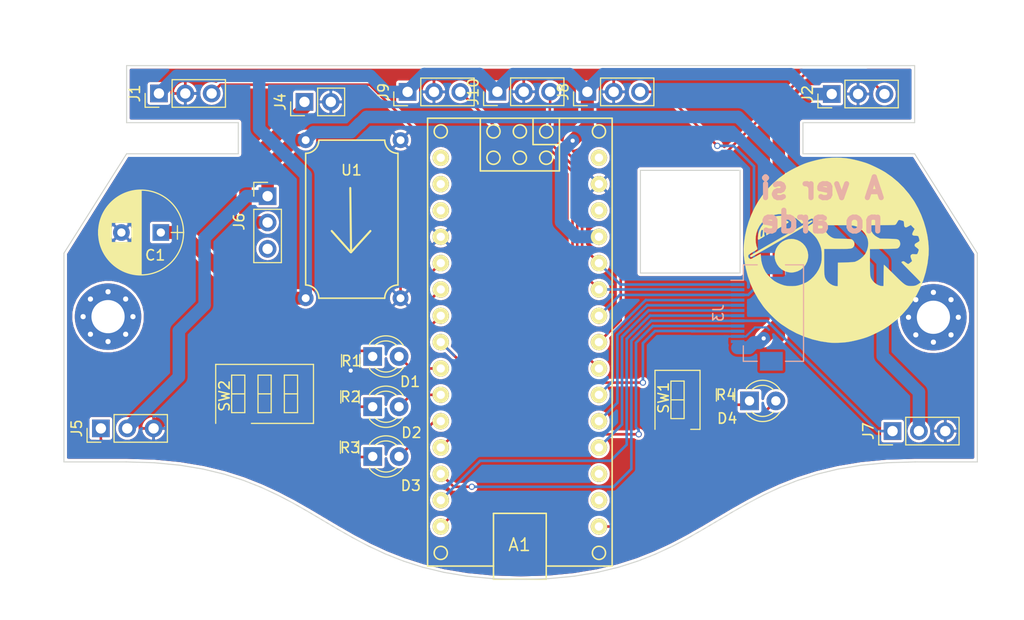
<source format=kicad_pcb>
(kicad_pcb (version 20171130) (host pcbnew "(5.0.1)-4")
  (layers (0 F.Cu signal) (31 B.Cu signal) (34 B.Paste user) (35 F.Paste user) (36 B.SilkS user) (37 F.SilkS user) (38 B.Mask user) (39 F.Mask user) (44 Edge.Cuts user))
  (net 0 "")
  (net 1 GND)
  (net 2 +5V)
  (net 3 /Scentr)
  (net 4 "Net-(A1-Pad5)")
  (net 5 /SRder)
  (net 6 /Sizq)
  (net 7 /SRizq)
  (net 8 "Net-(A1-Pad9)")
  (net 9 /CurrentA)
  (net 10 "Net-(A1-Pad10)")
  (net 11 /CurrentB)
  (net 12 "Net-(A1-Pad11)")
  (net 13 /AnalogBat)
  (net 14 /Sder)
  (net 15 "Net-(A1-Pad15)")
  (net 16 "Net-(D1-Pad1)")
  (net 17 "Net-(D2-Pad1)")
  (net 18 "Net-(D3-Pad1)")
  (net 19 "Net-(A1-Pad30)")
  (net 20 "Net-(A1-Pad1)")
  (net 21 "Net-(A1-Pad2)")
  (net 22 "Net-(A1-Pad3)")
  (net 23 "Net-(A1-Pad6)")
  (net 24 "Net-(A1-Pad7)")
  (net 25 /PWM1A)
  (net 26 /PWM2A)
  (net 27 "Net-(A1-Pad18)")
  (net 28 /PWM1B)
  (net 29 "Net-(A1-Pad17)")
  (net 30 /PWM2B)
  (net 31 "Net-(A1-Pad16)")
  (net 32 "Net-(D4-Pad1)")
  (net 33 "Net-(J4-Pad1)")
  (net 34 "Net-(J6-Pad3)")
  (net 35 "Net-(J5-Pad2)")
  (module Buttons_Switches_SMD:SW_DIP_x3_W8.61mm_Slide_LowProfile (layer F.Cu) (at 111.00308 110.42904 90)
    (fp_text reference SW2 (at -0.19304 -3.87096 90) (layer F.SilkS))
    (fp_text value SW_DIP_x03)
    (pad 1 smd rect (at -4.305 -2.54 90) (size 2.44 1.12) (layers F.Cu F.Mask) (net 4 "Net-(A1-Pad5)"))
    (pad 4 smd rect (at 4.305 2.54 90) (size 2.44 1.12) (layers F.Cu F.Mask) (net 1 GND))
    (pad 2 smd rect (at -4.305 0 90) (size 2.44 1.12) (layers F.Cu F.Mask) (net 23 "Net-(A1-Pad6)"))
    (pad 5 smd rect (at 4.305 0 90) (size 2.44 1.12) (layers F.Cu F.Mask) (net 1 GND))
    (pad 3 smd rect (at -4.305 2.54 90) (size 2.44 1.12) (layers F.Cu F.Mask) (net 24 "Net-(A1-Pad7)"))
    (pad 6 smd rect (at 4.305 -2.54 90) (size 2.44 1.12) (layers F.Cu F.Mask) (net 1 GND))
  )
  (module Connector_FFC-FPC:Hirose_FH12-12S-0.5SH_1x12-1MP_P0.50mm_Horizontal (layer B.Cu) (at 158.42488 102.63632 270)
    (fp_text reference J3 (at 0 3.7 270) (layer B.SilkS) (effects (justify mirror)))
    (fp_text value Conn_01x12)
    (pad MP smd rect (at 4.65 -1.4 270) (size 1.8 2.2) (layers B.Cu B.Paste B.Mask))
    (pad MP smd rect (at -4.65 -1.4 270) (size 1.8 2.2) (layers B.Cu B.Paste B.Mask))
    (pad 1 smd rect (at -2.75 1.85 270) (size 0.3 1.3) (layers B.Cu B.Paste B.Mask) (net 3 /Scentr))
    (pad 2 smd rect (at -2.25 1.85 270) (size 0.3 1.3) (layers B.Cu B.Paste B.Mask) (net 6 /Sizq))
    (pad 3 smd rect (at -1.75 1.85 270) (size 0.3 1.3) (layers B.Cu B.Paste B.Mask) (net 14 /Sder))
    (pad 4 smd rect (at -1.25 1.85 270) (size 0.3 1.3) (layers B.Cu B.Paste B.Mask) (net 9 /CurrentA))
    (pad 5 smd rect (at -0.75 1.85 270) (size 0.3 1.3) (layers B.Cu B.Paste B.Mask) (net 11 /CurrentB))
    (pad 6 smd rect (at -0.25 1.85 270) (size 0.3 1.3) (layers B.Cu B.Paste B.Mask) (net 13 /AnalogBat))
    (pad 7 smd rect (at 0.25 1.85 270) (size 0.3 1.3) (layers B.Cu B.Paste B.Mask) (net 30 /PWM2B))
    (pad 8 smd rect (at 0.75 1.85 270) (size 0.3 1.3) (layers B.Cu B.Paste B.Mask) (net 28 /PWM1B))
    (pad 9 smd rect (at 1.25 1.85 270) (size 0.3 1.3) (layers B.Cu B.Paste B.Mask) (net 26 /PWM2A))
    (pad 10 smd rect (at 1.75 1.85 270) (size 0.3 1.3) (layers B.Cu B.Paste B.Mask) (net 25 /PWM1A))
    (pad 11 smd rect (at 2.25 1.85 270) (size 0.3 1.3) (layers B.Cu B.Paste B.Mask) (net 1 GND))
    (pad 12 smd rect (at 2.75 1.85 270) (size 0.3 1.3) (layers B.Cu B.Paste B.Mask) (net 2 +5V))
  )
  (module Mounting_Holes:MountingHole_3.2mm_M3_Pad_Via (layer F.Cu) (at 95.92056 102.98176)
    (fp_text reference "" (at 0 -4.2) (layer F.SilkS))
    (fp_text value MountingHole_3.2mm_M3_Pad_Via)
    (pad 1 thru_hole circle (at 0 0) (size 6.4 6.4) (drill 3.2) (layers *.Cu *.Mask))
    (pad "" thru_hole circle (at 2.4 0) (size 0.6 0.6) (drill 0.5) (layers *.Cu *.Mask))
    (pad "" thru_hole circle (at 1.697056 1.697056) (size 0.6 0.6) (drill 0.5) (layers *.Cu *.Mask))
    (pad "" thru_hole circle (at 0 2.4) (size 0.6 0.6) (drill 0.5) (layers *.Cu *.Mask))
    (pad "" thru_hole circle (at -1.697056 1.697056) (size 0.6 0.6) (drill 0.5) (layers *.Cu *.Mask))
    (pad "" thru_hole circle (at -2.4 0) (size 0.6 0.6) (drill 0.5) (layers *.Cu *.Mask))
    (pad "" thru_hole circle (at -1.697056 -1.697056) (size 0.6 0.6) (drill 0.5) (layers *.Cu *.Mask))
    (pad "" thru_hole circle (at 0 -2.4) (size 0.6 0.6) (drill 0.5) (layers *.Cu *.Mask))
    (pad "" thru_hole circle (at 1.697056 -1.697056) (size 0.6 0.6) (drill 0.5) (layers *.Cu *.Mask))
  )
  (module libraries:arduino_nano (layer F.Cu) (at 135.59536 105.44048 270)
    (fp_text reference A1 (at 19.53768 0.03556) (layer F.SilkS) (effects (font (size 1.2 1.2))))
    (fp_text value Arduino_Nano)
    (pad 30 thru_hole circle (at -17.78 -7.62 270) (size 1.5748 1.5748) (drill 0.8) (layers *.Cu *.Mask F.SilkS) (net 19 "Net-(A1-Pad30)"))
    (pad 1 thru_hole circle (at -17.78 7.62 270) (size 1.5748 1.5748) (drill 0.8) (layers *.Cu *.Mask F.SilkS) (net 20 "Net-(A1-Pad1)"))
    (pad 29 thru_hole circle (at -15.24 -7.62 270) (size 1.5748 1.5748) (drill 0.8) (layers *.Cu *.Mask F.SilkS) (net 1 GND))
    (pad 2 thru_hole circle (at -15.24 7.62 270) (size 1.5748 1.5748) (drill 0.8) (layers *.Cu *.Mask F.SilkS) (net 21 "Net-(A1-Pad2)"))
    (pad 28 thru_hole circle (at -12.7 -7.62 270) (size 1.5748 1.5748) (drill 0.8) (layers *.Cu *.Mask F.SilkS))
    (pad 3 thru_hole circle (at -12.7 7.62 270) (size 1.5748 1.5748) (drill 0.8) (layers *.Cu *.Mask F.SilkS) (net 22 "Net-(A1-Pad3)"))
    (pad 27 thru_hole circle (at -10.16 -7.62 270) (size 1.5748 1.5748) (drill 0.8) (layers *.Cu *.Mask F.SilkS) (net 2 +5V))
    (pad 4 thru_hole circle (at -10.16 7.62 270) (size 1.5748 1.5748) (drill 0.8) (layers *.Cu *.Mask F.SilkS) (net 1 GND))
    (pad 26 thru_hole circle (at -7.62 -7.62 270) (size 1.5748 1.5748) (drill 0.8) (layers *.Cu *.Mask F.SilkS) (net 3 /Scentr))
    (pad 5 thru_hole circle (at -7.62 7.62 270) (size 1.5748 1.5748) (drill 0.8) (layers *.Cu *.Mask F.SilkS) (net 4 "Net-(A1-Pad5)"))
    (pad 25 thru_hole circle (at -5.08 -7.62 270) (size 1.5748 1.5748) (drill 0.8) (layers *.Cu *.Mask F.SilkS) (net 6 /Sizq))
    (pad 6 thru_hole circle (at -5.08 7.62 270) (size 1.5748 1.5748) (drill 0.8) (layers *.Cu *.Mask F.SilkS) (net 23 "Net-(A1-Pad6)"))
    (pad 24 thru_hole circle (at -2.54 -7.62 270) (size 1.5748 1.5748) (drill 0.8) (layers *.Cu *.Mask F.SilkS) (net 14 /Sder))
    (pad 7 thru_hole circle (at -2.54 7.62 270) (size 1.5748 1.5748) (drill 0.8) (layers *.Cu *.Mask F.SilkS) (net 24 "Net-(A1-Pad7)"))
    (pad 23 thru_hole circle (at 0 -7.62 270) (size 1.5748 1.5748) (drill 0.8) (layers *.Cu *.Mask F.SilkS) (net 5 /SRder))
    (pad 8 thru_hole circle (at 0 7.62 270) (size 1.5748 1.5748) (drill 0.8) (layers *.Cu *.Mask F.SilkS) (net 25 /PWM1A))
    (pad 22 thru_hole circle (at 2.54 -7.62 270) (size 1.5748 1.5748) (drill 0.8) (layers *.Cu *.Mask F.SilkS) (net 7 /SRizq))
    (pad 9 thru_hole circle (at 2.54 7.62 270) (size 1.5748 1.5748) (drill 0.8) (layers *.Cu *.Mask F.SilkS) (net 8 "Net-(A1-Pad9)"))
    (pad 21 thru_hole circle (at 5.08 -7.62 270) (size 1.5748 1.5748) (drill 0.8) (layers *.Cu *.Mask F.SilkS) (net 9 /CurrentA))
    (pad 10 thru_hole circle (at 5.08 7.62 270) (size 1.5748 1.5748) (drill 0.8) (layers *.Cu *.Mask F.SilkS) (net 10 "Net-(A1-Pad10)"))
    (pad 20 thru_hole circle (at 7.62 -7.62 270) (size 1.5748 1.5748) (drill 0.8) (layers *.Cu *.Mask F.SilkS) (net 11 /CurrentB))
    (pad 11 thru_hole circle (at 7.62 7.62 270) (size 1.5748 1.5748) (drill 0.8) (layers *.Cu *.Mask F.SilkS) (net 12 "Net-(A1-Pad11)"))
    (pad 19 thru_hole circle (at 10.16 -7.62 270) (size 1.5748 1.5748) (drill 0.8) (layers *.Cu *.Mask F.SilkS) (net 13 /AnalogBat))
    (pad 12 thru_hole circle (at 10.16 7.62 270) (size 1.5748 1.5748) (drill 0.8) (layers *.Cu *.Mask F.SilkS) (net 26 /PWM2A))
    (pad 18 thru_hole circle (at 12.7 -7.62 270) (size 1.5748 1.5748) (drill 0.8) (layers *.Cu *.Mask F.SilkS) (net 27 "Net-(A1-Pad18)"))
    (pad 13 thru_hole circle (at 12.7 7.62 270) (size 1.5748 1.5748) (drill 0.8) (layers *.Cu *.Mask F.SilkS) (net 28 /PWM1B))
    (pad 17 thru_hole circle (at 15.24 -7.62 270) (size 1.5748 1.5748) (drill 0.8) (layers *.Cu *.Mask F.SilkS) (net 29 "Net-(A1-Pad17)"))
    (pad 14 thru_hole circle (at 15.24 7.62 270) (size 1.5748 1.5748) (drill 0.8) (layers *.Cu *.Mask F.SilkS) (net 30 /PWM2B))
    (pad 16 thru_hole circle (at 17.78 -7.62 270) (size 1.5748 1.5748) (drill 0.8) (layers *.Cu *.Mask F.SilkS) (net 31 "Net-(A1-Pad16)"))
    (pad 15 thru_hole circle (at 17.78 7.62 270) (size 1.5748 1.5748) (drill 0.8) (layers *.Cu *.Mask F.SilkS) (net 15 "Net-(A1-Pad15)"))
  )
  (module Pin_Headers:Pin_Header_Straight_1x03_Pitch2.54mm (layer F.Cu) (at 142.09776 81.3054 90)
    (fp_text reference J8 (at 0 -2.33 90) (layer F.SilkS))
    (fp_text value Conn_01x03)
    (pad 1 thru_hole rect (at 0 0 90) (size 1.7 1.7) (drill 1) (layers *.Cu *.Mask) (net 2 +5V))
    (pad 2 thru_hole oval (at 0 2.54 90) (size 1.7 1.7) (drill 1) (layers *.Cu *.Mask) (net 1 GND))
    (pad 3 thru_hole oval (at 0 5.08 90) (size 1.7 1.7) (drill 1) (layers *.Cu *.Mask) (net 14 /Sder))
  )
  (module Capacitors_THT:CP_Radial_D8.0mm_P3.80mm (layer F.Cu) (at 101.0058 94.869 180)
    (fp_text reference C1 (at 0.54356 -2.18948 180) (layer F.SilkS))
    (fp_text value CP1)
    (pad 1 thru_hole rect (at 0 0 180) (size 1.6 1.6) (drill 0.8) (layers *.Cu *.Mask) (net 2 +5V))
    (pad 2 thru_hole circle (at 3.8 0 180) (size 1.6 1.6) (drill 0.8) (layers *.Cu *.Mask) (net 1 GND))
  )
  (module LEDs:LED_D3.0mm (layer F.Cu) (at 121.41708 106.82224)
    (fp_text reference D1 (at 3.60172 2.4384) (layer F.SilkS))
    (fp_text value LED)
    (pad 1 thru_hole rect (at 0 0) (size 1.8 1.8) (drill 0.9) (layers *.Cu *.Mask) (net 16 "Net-(D1-Pad1)"))
    (pad 2 thru_hole circle (at 2.54 0) (size 1.8 1.8) (drill 0.9) (layers *.Cu *.Mask) (net 8 "Net-(A1-Pad9)"))
  )
  (module LEDs:LED_D3.0mm (layer F.Cu) (at 121.41708 111.66856)
    (fp_text reference D2 (at 3.7338 2.50444) (layer F.SilkS))
    (fp_text value LED)
    (pad 1 thru_hole rect (at 0 0) (size 1.8 1.8) (drill 0.9) (layers *.Cu *.Mask) (net 17 "Net-(D2-Pad1)"))
    (pad 2 thru_hole circle (at 2.54 0) (size 1.8 1.8) (drill 0.9) (layers *.Cu *.Mask) (net 10 "Net-(A1-Pad10)"))
  )
  (module LEDs:LED_D3.0mm (layer F.Cu) (at 121.42216 116.46408)
    (fp_text reference D3 (at 3.66776 2.81432) (layer F.SilkS))
    (fp_text value LED)
    (pad 1 thru_hole rect (at 0 0) (size 1.8 1.8) (drill 0.9) (layers *.Cu *.Mask) (net 18 "Net-(D3-Pad1)"))
    (pad 2 thru_hole circle (at 2.54 0) (size 1.8 1.8) (drill 0.9) (layers *.Cu *.Mask) (net 12 "Net-(A1-Pad11)"))
  )
  (module LEDs:LED_D3.0mm (layer F.Cu) (at 157.71876 111.10468)
    (fp_text reference D4 (at -2.14884 1.69672) (layer F.SilkS))
    (fp_text value LED)
    (pad 1 thru_hole rect (at 0 0) (size 1.8 1.8) (drill 0.9) (layers *.Cu *.Mask) (net 32 "Net-(D4-Pad1)"))
    (pad 2 thru_hole circle (at 2.54 0) (size 1.8 1.8) (drill 0.9) (layers *.Cu *.Mask) (net 31 "Net-(A1-Pad16)"))
  )
  (module Pin_Headers:Pin_Header_Straight_1x03_Pitch2.54mm (layer F.Cu) (at 100.82276 81.46288 90)
    (fp_text reference J1 (at 0 -2.33 90) (layer F.SilkS))
    (fp_text value Conn_01x03_Female)
    (pad 1 thru_hole rect (at 0 0 90) (size 1.7 1.7) (drill 1) (layers *.Cu *.Mask) (net 2 +5V))
    (pad 2 thru_hole oval (at 0 2.54 90) (size 1.7 1.7) (drill 1) (layers *.Cu *.Mask) (net 1 GND))
    (pad 3 thru_hole oval (at 0 5.08 90) (size 1.7 1.7) (drill 1) (layers *.Cu *.Mask) (net 7 /SRizq))
  )
  (module Resistors_SMD:R_0805 (layer F.Cu) (at 119.29872 107.23372 90)
    (fp_text reference R1 (at -0.0254 0.06096 180) (layer F.SilkS))
    (fp_text value R)
    (pad 1 smd rect (at -0.95 0 90) (size 0.7 1.3) (layers F.Cu F.Paste F.Mask) (net 1 GND))
    (pad 2 smd rect (at 0.95 0 90) (size 0.7 1.3) (layers F.Cu F.Paste F.Mask) (net 16 "Net-(D1-Pad1)"))
  )
  (module Resistors_SMD:R_0805 (layer F.Cu) (at 119.2276 110.71864 270)
    (fp_text reference R2 (at -0.0102 -0.04572) (layer F.SilkS))
    (fp_text value R)
    (pad 1 smd rect (at -0.95 0 270) (size 0.7 1.3) (layers F.Cu F.Paste F.Mask) (net 1 GND))
    (pad 2 smd rect (at 0.95 0 270) (size 0.7 1.3) (layers F.Cu F.Paste F.Mask) (net 17 "Net-(D2-Pad1)"))
  )
  (module Resistors_SMD:R_0805 (layer F.Cu) (at 119.18696 115.56488 270)
    (fp_text reference R3 (at 0.05592 -0.0508) (layer F.SilkS))
    (fp_text value R)
    (pad 1 smd rect (at -0.95 0 270) (size 0.7 1.3) (layers F.Cu F.Paste F.Mask) (net 1 GND))
    (pad 2 smd rect (at 0.95 0 270) (size 0.7 1.3) (layers F.Cu F.Paste F.Mask) (net 18 "Net-(D3-Pad1)"))
  )
  (module Resistors_SMD:R_0805 (layer F.Cu) (at 155.41244 110.52556 270)
    (fp_text reference R4 (at -0.00508 -0.03048) (layer F.SilkS))
    (fp_text value R)
    (pad 1 smd rect (at -0.95 0 270) (size 0.7 1.3) (layers F.Cu F.Paste F.Mask) (net 1 GND))
    (pad 2 smd rect (at 0.95 0 270) (size 0.7 1.3) (layers F.Cu F.Paste F.Mask) (net 32 "Net-(D4-Pad1)"))
  )
  (module Buttons_Switches_SMD:SW_DIP_x1_W8.61mm_Slide_LowProfile (layer F.Cu) (at 150.78456 111.00308 90)
    (fp_text reference SW1 (at 0.19304 -1.35128 90) (layer F.SilkS))
    (fp_text value SW_Push)
    (pad 1 smd rect (at -4.305 0 90) (size 2.44 1.12) (layers F.Cu F.Mask) (net 15 "Net-(A1-Pad15)"))
    (pad 2 smd rect (at 4.305 0 90) (size 2.44 1.12) (layers F.Cu F.Mask) (net 1 GND))
  )
  (module Pin_Headers:Pin_Header_Straight_1x03_Pitch2.54mm (layer F.Cu) (at 165.64356 81.51876 90)
    (fp_text reference J2 (at 0 -2.33 90) (layer F.SilkS))
    (fp_text value Conn_01x03_Female)
    (pad 1 thru_hole rect (at 0 0 90) (size 1.7 1.7) (drill 1) (layers *.Cu *.Mask) (net 2 +5V))
    (pad 2 thru_hole oval (at 0 2.54 90) (size 1.7 1.7) (drill 1) (layers *.Cu *.Mask) (net 1 GND))
    (pad 3 thru_hole oval (at 0 5.08 90) (size 1.7 1.7) (drill 1) (layers *.Cu *.Mask) (net 5 /SRder))
  )
  (module Pin_Headers:Pin_Header_Straight_1x02_Pitch2.54mm (layer F.Cu) (at 114.84356 82.27568 90)
    (fp_text reference J4 (at 0 -2.33 90) (layer F.SilkS))
    (fp_text value Conn_01x02)
    (pad 1 thru_hole rect (at 0 0 90) (size 1.7 1.7) (drill 1) (layers *.Cu *.Mask) (net 33 "Net-(J4-Pad1)"))
    (pad 2 thru_hole oval (at 0 2.54 90) (size 1.7 1.7) (drill 1) (layers *.Cu *.Mask) (net 1 GND))
  )
  (module Pin_Headers:Pin_Header_Straight_1x03_Pitch2.54mm (layer F.Cu) (at 95.22968 113.75644 90)
    (fp_text reference J5 (at 0 -2.33 90) (layer F.SilkS))
    (fp_text value Conn_01x03)
    (pad 1 thru_hole rect (at 0 0 90) (size 1.7 1.7) (drill 1) (layers *.Cu *.Mask) (net 25 /PWM1A))
    (pad 2 thru_hole oval (at 0 2.54 90) (size 1.7 1.7) (drill 1) (layers *.Cu *.Mask) (net 35 "Net-(J5-Pad2)"))
    (pad 3 thru_hole oval (at 0 5.08 90) (size 1.7 1.7) (drill 1) (layers *.Cu *.Mask) (net 1 GND))
  )
  (module Pin_Headers:Pin_Header_Straight_1x03_Pitch2.54mm (layer F.Cu) (at 111.29264 91.3638)
    (fp_text reference J6 (at -2.74828 2.4638 90) (layer F.SilkS))
    (fp_text value Conn_01x03)
    (pad 1 thru_hole rect (at 0 0) (size 1.7 1.7) (drill 1) (layers *.Cu *.Mask) (net 35 "Net-(J5-Pad2)"))
    (pad 2 thru_hole oval (at 0 2.54) (size 1.7 1.7) (drill 1) (layers *.Cu *.Mask) (net 33 "Net-(J4-Pad1)"))
    (pad 3 thru_hole oval (at 0 5.08) (size 1.7 1.7) (drill 1) (layers *.Cu *.Mask) (net 34 "Net-(J6-Pad3)"))
  )
  (module Pin_Headers:Pin_Header_Straight_1x03_Pitch2.54mm (layer F.Cu) (at 171.5008 114.01552 90)
    (fp_text reference J7 (at 0 -2.33 90) (layer F.SilkS))
    (fp_text value Conn_01x03)
    (pad 1 thru_hole rect (at 0 0 90) (size 1.7 1.7) (drill 1) (layers *.Cu *.Mask) (net 28 /PWM1B))
    (pad 2 thru_hole oval (at 0 2.54 90) (size 1.7 1.7) (drill 1) (layers *.Cu *.Mask) (net 35 "Net-(J5-Pad2)"))
    (pad 3 thru_hole oval (at 0 5.08 90) (size 1.7 1.7) (drill 1) (layers *.Cu *.Mask) (net 1 GND))
  )
  (module Pin_Headers:Pin_Header_Straight_1x03_Pitch2.54mm (layer F.Cu) (at 124.78004 81.31048 90)
    (fp_text reference J9 (at 0 -2.33 90) (layer F.SilkS))
    (fp_text value Conn_01x03)
    (pad 1 thru_hole rect (at 0 0 90) (size 1.7 1.7) (drill 1) (layers *.Cu *.Mask) (net 2 +5V))
    (pad 2 thru_hole oval (at 0 2.54 90) (size 1.7 1.7) (drill 1) (layers *.Cu *.Mask) (net 1 GND))
    (pad 3 thru_hole oval (at 0 5.08 90) (size 1.7 1.7) (drill 1) (layers *.Cu *.Mask) (net 6 /Sizq))
  )
  (module Pin_Headers:Pin_Header_Straight_1x03_Pitch2.54mm (layer F.Cu) (at 133.43128 81.29524 90)
    (fp_text reference J10 (at 0 -2.33 90) (layer F.SilkS))
    (fp_text value Conn_01x03)
    (pad 1 thru_hole rect (at 0 0 90) (size 1.7 1.7) (drill 1) (layers *.Cu *.Mask) (net 2 +5V))
    (pad 2 thru_hole oval (at 0 2.54 90) (size 1.7 1.7) (drill 1) (layers *.Cu *.Mask) (net 1 GND))
    (pad 3 thru_hole oval (at 0 5.08 90) (size 1.7 1.7) (drill 1) (layers *.Cu *.Mask) (net 3 /Scentr))
  )
  (module "Librerias manu:Step_down_chino" (layer F.Cu) (at 114.9604 85.96376 270)
    (fp_text reference U1 (at 2.8956 -4.40944) (layer F.SilkS))
    (fp_text value Step_down_chino)
    (pad 1 thru_hole circle (at 0 0 270) (size 1.524 1.524) (drill 0.762) (layers *.Cu *.Mask) (net 35 "Net-(J5-Pad2)"))
    (pad 2 thru_hole circle (at 0 -9.144 270) (size 1.524 1.524) (drill 0.762) (layers *.Cu *.Mask) (net 1 GND))
    (pad 3 thru_hole circle (at 15.24 0 270) (size 1.524 1.524) (drill 0.762) (layers *.Cu *.Mask) (net 2 +5V))
    (pad 4 thru_hole circle (at 15.24 -9.14 270) (size 1.524 1.524) (drill 0.762) (layers *.Cu *.Mask) (net 1 GND))
  )
  (module Mounting_Holes:MountingHole_3.2mm_M3_Pad_Via (layer F.Cu) (at 175.4378 103.04272)
    (fp_text reference "" (at 0 -4.2) (layer F.SilkS))
    (fp_text value MountingHole_3.2mm_M3_Pad_Via)
    (pad 1 thru_hole circle (at 0 0) (size 6.4 6.4) (drill 3.2) (layers *.Cu *.Mask))
    (pad "" thru_hole circle (at 2.4 0) (size 0.6 0.6) (drill 0.5) (layers *.Cu *.Mask))
    (pad "" thru_hole circle (at 1.697056 1.697056) (size 0.6 0.6) (drill 0.5) (layers *.Cu *.Mask))
    (pad "" thru_hole circle (at 0 2.4) (size 0.6 0.6) (drill 0.5) (layers *.Cu *.Mask))
    (pad "" thru_hole circle (at -1.697056 1.697056) (size 0.6 0.6) (drill 0.5) (layers *.Cu *.Mask))
    (pad "" thru_hole circle (at -2.4 0) (size 0.6 0.6) (drill 0.5) (layers *.Cu *.Mask))
    (pad "" thru_hole circle (at -1.697056 -1.697056) (size 0.6 0.6) (drill 0.5) (layers *.Cu *.Mask))
    (pad "" thru_hole circle (at 0 -2.4) (size 0.6 0.6) (drill 0.5) (layers *.Cu *.Mask))
    (pad "" thru_hole circle (at 1.697056 -1.697056) (size 0.6 0.6) (drill 0.5) (layers *.Cu *.Mask))
  )
  (module "Librerias manu:opr_circulo_18x18" (layer F.Cu) (at 166.07536 96.56064)
    (fp_text reference G*** hide)
    (fp_text value LOGO hide)
  )
  (gr_text "A ver si\nno arde" (at 164.6936 92.21216) (layer B.SilkS) (effects (font (size 2 2) (thickness 0.5)) (justify mirror)))
  (gr_line (start 117.46992 94.72168) (end 119.29872 96.774) (layer F.SilkS) (width 0.2))
  (gr_line (start 119.33428 96.774) (end 121.19864 94.72168) (layer F.SilkS) (width 0.2))
  (gr_line (start 119.25808 90.5764) (end 119.33428 96.774) (layer F.SilkS) (width 0.2))
  (gr_line (start 153.224583 123.508267) (end 156.084083 121.813326) (layer Edge.Cuts) (width 0.1))
  (gr_line (start 173.669573 116.987018) (end 170.957323 117.069214) (layer Edge.Cuts) (width 0.1))
  (gr_line (start 168.501573 117.304465) (end 166.273823 117.675765) (layer Edge.Cuts) (width 0.1))
  (gr_line (start 156.810852 98.775607) (end 156.810852 88.875607) (layer Edge.Cuts) (width 0.1))
  (gr_line (start 147.210852 98.775607) (end 156.810852 98.775607) (layer Edge.Cuts) (width 0.1))
  (gr_line (start 164.245573 118.166107) (end 162.388323 118.758486) (layer Edge.Cuts) (width 0.1))
  (gr_line (start 160.673573 119.435896) (end 159.072823 120.18133) (layer Edge.Cuts) (width 0.1))
  (gr_line (start 115.239823 121.808246) (end 118.099323 123.503187) (layer Edge.Cuts) (width 0.1))
  (gr_line (start 173.629906 87.27593) (end 179.669573 96.865158) (layer Edge.Cuts) (width 0.1))
  (gr_line (start 170.957323 117.069214) (end 168.501573 117.304465) (layer Edge.Cuts) (width 0.1))
  (gr_line (start 179.669573 96.865158) (end 179.669573 116.987018) (layer Edge.Cuts) (width 0.1))
  (gr_line (start 166.273823 117.675765) (end 164.245573 118.166107) (layer Edge.Cuts) (width 0.1))
  (gr_line (start 162.388323 118.758486) (end 160.673573 119.435896) (layer Edge.Cuts) (width 0.1))
  (gr_line (start 156.810852 88.875607) (end 147.210852 88.875607) (layer Edge.Cuts) (width 0.1))
  (gr_line (start 173.669573 116.987018) (end 179.669573 116.987018) (layer Edge.Cuts) (width 0.1))
  (gr_line (start 147.210852 88.875607) (end 147.210852 98.775607) (layer Edge.Cuts) (width 0.1))
  (gr_line (start 100.381823 117.069214) (end 102.837573 117.304465) (layer Edge.Cuts) (width 0.1))
  (gr_line (start 130.501573 128.006969) (end 132.957323 128.24222) (layer Edge.Cuts) (width 0.1))
  (gr_line (start 124.388323 126.552948) (end 126.245573 127.145327) (layer Edge.Cuts) (width 0.1))
  (gr_line (start 110.665573 119.435896) (end 112.266323 120.18133) (layer Edge.Cuts) (width 0.1))
  (gr_line (start 108.950823 118.758486) (end 110.665573 119.435896) (layer Edge.Cuts) (width 0.1))
  (gr_line (start 91.669573 116.987018) (end 97.669573 116.987018) (layer Edge.Cuts) (width 0.1))
  (gr_line (start 122.673573 125.875538) (end 124.388323 126.552948) (layer Edge.Cuts) (width 0.1))
  (gr_line (start 119.557573 124.333652) (end 121.072823 125.130104) (layer Edge.Cuts) (width 0.1))
  (gr_line (start 102.837573 117.304465) (end 105.065323 117.675765) (layer Edge.Cuts) (width 0.1))
  (gr_line (start 112.266323 120.18133) (end 113.781573 120.977782) (layer Edge.Cuts) (width 0.1))
  (gr_line (start 105.065323 117.675765) (end 107.093573 118.166107) (layer Edge.Cuts) (width 0.1))
  (gr_line (start 97.669573 116.987018) (end 100.381823 117.069214) (layer Edge.Cuts) (width 0.1))
  (gr_line (start 108.469557 87.27593) (end 97.708714 87.27593) (layer Edge.Cuts) (width 0.1))
  (gr_line (start 108.469604 84.275867) (end 108.469557 87.27593) (layer Edge.Cuts) (width 0.1))
  (gr_line (start 97.708694 78.775972) (end 97.70874 84.275909) (layer Edge.Cuts) (width 0.1))
  (gr_line (start 97.708694 78.775972) (end 173.629901 78.775976) (layer Edge.Cuts) (width 0.1))
  (gr_line (start 173.629901 78.775976) (end 173.629912 84.275855) (layer Edge.Cuts) (width 0.1))
  (gr_line (start 162.869557 87.27593) (end 173.629906 87.27593) (layer Edge.Cuts) (width 0.1))
  (gr_line (start 162.869568 84.275864) (end 162.869557 87.27593) (layer Edge.Cuts) (width 0.1))
  (gr_line (start 91.669573 116.987018) (end 91.669573 96.864474) (layer Edge.Cuts) (width 0.1))
  (gr_line (start 91.669573 96.864474) (end 97.708714 87.27593) (layer Edge.Cuts) (width 0.1))
  (gr_line (start 159.072823 120.18133) (end 157.557573 120.977782) (layer Edge.Cuts) (width 0.1))
  (gr_line (start 157.557573 120.977782) (end 156.083 121.81332) (layer Edge.Cuts) (width 0.1))
  (gr_line (start 108.469604 84.275867) (end 97.70874 84.275909) (layer Edge.Cuts) (width 0.1))
  (gr_line (start 153.224583 123.508267) (end 151.766333 124.338732) (layer Edge.Cuts) (width 0.1))
  (gr_line (start 148.665573 125.875538) (end 146.950823 126.552948) (layer Edge.Cuts) (width 0.1))
  (gr_line (start 132.957323 128.24222) (end 135.669573 128.324416) (layer Edge.Cuts) (width 0.1))
  (gr_line (start 113.781573 120.977782) (end 115.239823 121.808246) (layer Edge.Cuts) (width 0.1))
  (gr_line (start 151.766333 124.338732) (end 150.2664 125.13056) (layer Edge.Cuts) (width 0.1))
  (gr_line (start 150.266323 125.130104) (end 148.665573 125.875538) (layer Edge.Cuts) (width 0.1))
  (gr_line (start 146.950823 126.552948) (end 145.093573 127.145327) (layer Edge.Cuts) (width 0.1))
  (gr_line (start 121.072823 125.130104) (end 122.673573 125.875538) (layer Edge.Cuts) (width 0.1))
  (gr_line (start 145.093573 127.145327) (end 143.065323 127.635669) (layer Edge.Cuts) (width 0.1))
  (gr_line (start 162.869568 84.275864) (end 173.629912 84.275855) (layer Edge.Cuts) (width 0.1))
  (gr_line (start 126.245573 127.145327) (end 128.273823 127.635669) (layer Edge.Cuts) (width 0.1))
  (gr_line (start 143.065323 127.635669) (end 140.837573 128.006969) (layer Edge.Cuts) (width 0.1))
  (gr_line (start 118.099323 123.503187) (end 119.557573 124.333652) (layer Edge.Cuts) (width 0.1))
  (gr_line (start 140.837573 128.006969) (end 138.381823 128.24222) (layer Edge.Cuts) (width 0.1))
  (gr_line (start 138.381823 128.24222) (end 135.669573 128.324416) (layer Edge.Cuts) (width 0.1))
  (gr_line (start 128.273823 127.635669) (end 130.501573 128.006969) (layer Edge.Cuts) (width 0.1))
  (gr_line (start 107.093573 118.166107) (end 108.950823 118.758486) (layer Edge.Cuts) (width 0.1))
  (segment (start 159.368556 104.01808) (end 159.600298 104.249822) (width 0.2) (layer B.Cu) (net 1))
  (segment (start 158.24708 104.01808) (end 159.368556 104.01808) (width 0.2) (layer B.Cu) (net 1))
  (segment (start 157.37884 104.88632) (end 158.24708 104.01808) (width 0.2) (layer B.Cu) (net 1))
  (segment (start 157.34328 104.88632) (end 157.37884 104.88632) (width 0.2) (layer B.Cu) (net 1))
  (segment (start 156.57488 104.88632) (end 157.34328 104.88632) (width 0.2) (layer B.Cu) (net 1))
  (segment (start 155.1839 104.99846) (end 155.18384 104.99852) (width 0.2) (layer B.Cu) (net 1))
  (segment (start 155.39212 104.99846) (end 155.1839 104.99846) (width 0.2) (layer B.Cu) (net 1))
  (segment (start 155.25499 104.86133) (end 155.39212 104.99846) (width 0.2) (layer B.Cu) (net 1))
  (segment (start 155.70705 104.86133) (end 155.25499 104.86133) (width 0.2) (layer B.Cu) (net 1))
  (segment (start 156.57488 104.88632) (end 155.73204 104.88632) (width 0.2) (layer B.Cu) (net 1))
  (segment (start 155.73204 104.88632) (end 155.70705 104.86133) (width 0.2) (layer B.Cu) (net 1))
  (segment (start 155.65332 104.95788) (end 155.72488 104.88632) (width 0.2) (layer B.Cu) (net 1))
  (segment (start 156.57488 104.88632) (end 155.72488 104.88632) (width 0.2) (layer B.Cu) (net 1))
  (segment (start 105.41 106.72572) (end 106.01168 106.12404) (width 1.2) (layer F.Cu) (net 1))
  (segment (start 106.01168 106.12404) (end 108.46308 106.12404) (width 1.2) (layer F.Cu) (net 1))
  (segment (start 105.41 109.50956) (end 105.41 106.72572) (width 1.2) (layer F.Cu) (net 1))
  (segment (start 102.013119 112.906441) (end 105.41 109.50956) (width 1.2) (layer F.Cu) (net 1))
  (segment (start 100.30968 113.75644) (end 101.159679 112.906441) (width 1.2) (layer F.Cu) (net 1))
  (segment (start 101.159679 112.906441) (end 102.013119 112.906441) (width 1.2) (layer F.Cu) (net 1))
  (segment (start 124.1004 101.20376) (end 124.1004 99.15544) (width 0.25) (layer F.Cu) (net 1))
  (segment (start 124.1004 99.15544) (end 127.97536 95.28048) (width 0.25) (layer F.Cu) (net 1))
  (segment (start 155.41244 109.57556) (end 153.00204 109.57556) (width 0.2) (layer F.Cu) (net 1))
  (segment (start 153.00204 109.57556) (end 150.78456 107.35808) (width 0.2) (layer F.Cu) (net 1))
  (segment (start 150.78456 107.35808) (end 150.78456 106.69808) (width 0.2) (layer F.Cu) (net 1))
  (via (at 119.29872 108.18372) (size 0.6) (drill 0.4) (layers F.Cu B.Cu) (net 1))
  (segment (start 113.54308 106.12404) (end 112.73308 106.12404) (width 0.25) (layer F.Cu) (net 1))
  (segment (start 112.73308 106.12404) (end 111.00308 106.12404) (width 0.25) (layer F.Cu) (net 1))
  (segment (start 119.29872 108.18372) (end 119.29872 109.69752) (width 0.25) (layer F.Cu) (net 1))
  (segment (start 119.29872 109.69752) (end 119.2276 109.76864) (width 0.25) (layer F.Cu) (net 1))
  (segment (start 157.665073 105.97896) (end 156.57576 105.97896) (width 1.25) (layer B.Cu) (net 2))
  (segment (start 158.164234 105.479799) (end 157.665073 105.97896) (width 1.25) (layer B.Cu) (net 2))
  (segment (start 158.685281 105.479799) (end 158.164234 105.479799) (width 1.25) (layer B.Cu) (net 2))
  (segment (start 159.08528 105.0798) (end 158.685281 105.479799) (width 1.25) (layer B.Cu) (net 2))
  (segment (start 156.57576 105.97896) (end 156.57488 105.97808) (width 0.2) (layer B.Cu) (net 2))
  (segment (start 156.57488 105.97808) (end 156.57488 105.38632) (width 0.2) (layer B.Cu) (net 2))
  (segment (start 160.54324 100.98532) (end 160.54324 104.89692) (width 1.2) (layer F.Cu) (net 2))
  (segment (start 160.54324 84.56908) (end 160.54324 100.98532) (width 1.2) (layer F.Cu) (net 2))
  (segment (start 160.54324 100.98532) (end 160.54324 103.62184) (width 1.25) (layer F.Cu) (net 2))
  (segment (start 160.54324 103.62184) (end 159.08528 105.0798) (width 1.25) (layer F.Cu) (net 2))
  (via (at 159.08528 105.0798) (size 0.8) (drill 0.4) (layers F.Cu B.Cu) (net 2))
  (segment (start 101.0058 94.869) (end 103.0558 94.869) (width 1.25) (layer F.Cu) (net 2))
  (segment (start 103.0558 94.869) (end 109.39056 101.20376) (width 1.25) (layer F.Cu) (net 2))
  (segment (start 113.88277 101.20376) (end 114.9604 101.20376) (width 1.25) (layer F.Cu) (net 2))
  (segment (start 109.39056 101.20376) (end 113.88277 101.20376) (width 1.25) (layer F.Cu) (net 2))
  (segment (start 140.68552 86.01456) (end 139.59332 87.10676) (width 1.25) (layer B.Cu) (net 2))
  (segment (start 139.59332 87.10676) (end 139.59332 93.85808) (width 1.25) (layer B.Cu) (net 2))
  (segment (start 139.59332 93.85808) (end 141.01572 95.28048) (width 1.25) (layer B.Cu) (net 2))
  (segment (start 141.01572 95.28048) (end 143.21536 95.28048) (width 1.25) (layer B.Cu) (net 2))
  (segment (start 142.09776 81.3054) (end 142.09776 84.60232) (width 1.25) (layer F.Cu) (net 2))
  (segment (start 142.09776 84.60232) (end 140.68552 86.01456) (width 1.25) (layer F.Cu) (net 2))
  (via (at 140.68552 86.01456) (size 0.8) (drill 0.4) (layers F.Cu B.Cu) (net 2))
  (segment (start 165.64356 81.51876) (end 163.59356 81.51876) (width 1.2) (layer F.Cu) (net 2))
  (segment (start 163.59356 81.51876) (end 160.54324 84.56908) (width 1.2) (layer F.Cu) (net 2))
  (segment (start 121.182439 79.762879) (end 110.47984 79.762879) (width 1.2) (layer B.Cu) (net 2))
  (segment (start 110.47984 79.762879) (end 102.522761 79.762879) (width 1.2) (layer B.Cu) (net 2))
  (segment (start 114.9604 89.33688) (end 110.47984 84.85632) (width 1.2) (layer B.Cu) (net 2))
  (segment (start 110.47984 84.85632) (end 110.47984 79.762879) (width 1.2) (layer B.Cu) (net 2))
  (segment (start 114.9604 101.20376) (end 114.9604 89.33688) (width 1.2) (layer B.Cu) (net 2))
  (segment (start 124.78004 81.31048) (end 122.73004 81.31048) (width 1.2) (layer B.Cu) (net 2))
  (segment (start 122.73004 81.31048) (end 121.182439 79.762879) (width 1.2) (layer B.Cu) (net 2))
  (segment (start 102.522761 79.762879) (end 100.82276 81.46288) (width 1.2) (layer B.Cu) (net 2))
  (segment (start 142.09776 81.11744) (end 143.609801 79.605399) (width 1.2) (layer B.Cu) (net 2))
  (segment (start 143.609801 79.605399) (end 161.680199 79.605399) (width 1.2) (layer B.Cu) (net 2))
  (segment (start 163.59356 81.51876) (end 165.64356 81.51876) (width 1.2) (layer B.Cu) (net 2))
  (segment (start 161.680199 79.605399) (end 163.59356 81.51876) (width 1.2) (layer B.Cu) (net 2))
  (segment (start 142.09776 81.3054) (end 142.09776 81.11744) (width 1.2) (layer B.Cu) (net 2))
  (segment (start 133.43128 81.1022) (end 134.938241 79.595239) (width 1.2) (layer B.Cu) (net 2))
  (segment (start 134.938241 79.595239) (end 140.387599 79.595239) (width 1.2) (layer B.Cu) (net 2))
  (segment (start 140.387599 79.595239) (end 142.09776 81.3054) (width 1.2) (layer B.Cu) (net 2))
  (segment (start 133.43128 81.29524) (end 133.43128 81.1022) (width 1.2) (layer B.Cu) (net 2))
  (segment (start 126.3904 79.58836) (end 131.7244 79.58836) (width 1.2) (layer B.Cu) (net 2))
  (segment (start 131.7244 79.58836) (end 133.43128 81.29524) (width 1.2) (layer B.Cu) (net 2))
  (segment (start 124.78004 81.19872) (end 126.3904 79.58836) (width 1.2) (layer B.Cu) (net 2))
  (segment (start 124.78004 81.31048) (end 124.78004 81.19872) (width 1.2) (layer B.Cu) (net 2))
  (segment (start 114.9604 101.20376) (end 114.9604 100.12613) (width 1.2) (layer B.Cu) (net 2))
  (segment (start 143.21536 97.82048) (end 144.79016 99.39528) (width 0.25) (layer B.Cu) (net 3))
  (segment (start 144.79016 99.39528) (end 144.79524 99.39528) (width 0.25) (layer B.Cu) (net 3))
  (segment (start 144.79524 99.39528) (end 145.28628 99.88632) (width 0.25) (layer B.Cu) (net 3))
  (segment (start 145.28628 99.88632) (end 156.57488 99.88632) (width 0.25) (layer B.Cu) (net 3))
  (segment (start 141.59484 88.60028) (end 141.59484 96.19996) (width 0.25) (layer F.Cu) (net 3))
  (segment (start 141.59484 96.19996) (end 143.21536 97.82048) (width 0.25) (layer F.Cu) (net 3))
  (segment (start 138.4808 85.48624) (end 141.59484 88.60028) (width 0.25) (layer F.Cu) (net 3))
  (segment (start 138.4808 82.527801) (end 138.4808 85.48624) (width 0.25) (layer F.Cu) (net 3))
  (segment (start 138.51128 82.497321) (end 138.4808 82.527801) (width 0.25) (layer F.Cu) (net 3))
  (segment (start 138.51128 81.29524) (end 138.51128 82.497321) (width 0.25) (layer F.Cu) (net 3))
  (segment (start 108.46308 114.73404) (end 108.638078 114.73404) (width 0.25) (layer F.Cu) (net 4))
  (segment (start 108.638078 114.73404) (end 110.934368 112.43775) (width 0.25) (layer F.Cu) (net 4))
  (segment (start 116.689159 109.613271) (end 116.731029 109.613271) (width 0.25) (layer F.Cu) (net 4))
  (segment (start 110.934368 112.43775) (end 113.86468 112.43775) (width 0.25) (layer F.Cu) (net 4))
  (segment (start 113.86468 112.43775) (end 116.689159 109.613271) (width 0.25) (layer F.Cu) (net 4))
  (segment (start 125.22653 104.3271) (end 125.90991 103.64372) (width 0.25) (layer F.Cu) (net 4))
  (segment (start 126.66472 99.13112) (end 127.97536 97.82048) (width 0.25) (layer F.Cu) (net 4))
  (segment (start 116.731029 109.613271) (end 117.072821 109.271479) (width 0.25) (layer F.Cu) (net 4))
  (segment (start 117.072821 109.271479) (end 117.072822 105.260718) (width 0.25) (layer F.Cu) (net 4))
  (segment (start 117.072822 105.260718) (end 118.00644 104.3271) (width 0.25) (layer F.Cu) (net 4))
  (segment (start 125.909911 101.789519) (end 126.66472 101.03471) (width 0.25) (layer F.Cu) (net 4))
  (segment (start 118.00644 104.3271) (end 125.22653 104.3271) (width 0.25) (layer F.Cu) (net 4))
  (segment (start 125.90991 103.64372) (end 125.909911 101.789519) (width 0.25) (layer F.Cu) (net 4))
  (segment (start 126.66472 101.03471) (end 126.66472 99.13112) (width 0.25) (layer F.Cu) (net 4))
  (segment (start 170.72356 81.51876) (end 168.84904 79.64424) (width 0.25) (layer F.Cu) (net 5))
  (segment (start 168.84904 79.64424) (end 163.02228 79.64424) (width 0.25) (layer F.Cu) (net 5))
  (segment (start 163.02228 79.64424) (end 158.9278 83.73872) (width 0.25) (layer F.Cu) (net 5))
  (segment (start 158.9278 83.73872) (end 158.877 83.73872) (width 0.25) (layer F.Cu) (net 5))
  (segment (start 158.877 83.73872) (end 154.7114 87.90432) (width 0.25) (layer F.Cu) (net 5))
  (segment (start 154.7114 87.90432) (end 146.69008 87.90432) (width 0.25) (layer F.Cu) (net 5))
  (segment (start 146.69008 87.90432) (end 145.3134 89.281) (width 0.25) (layer F.Cu) (net 5))
  (segment (start 145.3134 89.281) (end 145.3134 103.34244) (width 0.25) (layer F.Cu) (net 5))
  (segment (start 145.3134 103.34244) (end 143.21536 105.44048) (width 0.25) (layer F.Cu) (net 5))
  (segment (start 143.21536 100.36048) (end 156.54904 100.36048) (width 0.25) (layer B.Cu) (net 6))
  (segment (start 156.54904 100.36048) (end 156.57488 100.38632) (width 0.25) (layer B.Cu) (net 6))
  (segment (start 141.120291 98.265411) (end 142.427961 99.573081) (width 0.25) (layer F.Cu) (net 6))
  (segment (start 142.427961 99.573081) (end 143.21536 100.36048) (width 0.25) (layer F.Cu) (net 6))
  (segment (start 141.120291 88.83044) (end 141.120291 98.265411) (width 0.25) (layer F.Cu) (net 6))
  (segment (start 137.840571 85.55072) (end 141.120291 88.83044) (width 0.25) (layer F.Cu) (net 6))
  (segment (start 134.10028 85.55072) (end 137.840571 85.55072) (width 0.25) (layer F.Cu) (net 6))
  (segment (start 129.86004 81.31048) (end 134.10028 85.55072) (width 0.25) (layer F.Cu) (net 6))
  (segment (start 105.90276 81.46288) (end 106.752759 80.612881) (width 0.25) (layer F.Cu) (net 7))
  (segment (start 106.752759 80.612881) (end 121.125881 80.612881) (width 0.25) (layer F.Cu) (net 7))
  (segment (start 126.513731 86.000731) (end 137.654171 86.000731) (width 0.25) (layer F.Cu) (net 7))
  (segment (start 140.67028 89.01684) (end 140.67028 105.4354) (width 0.25) (layer F.Cu) (net 7))
  (segment (start 121.125881 80.612881) (end 126.513731 86.000731) (width 0.25) (layer F.Cu) (net 7))
  (segment (start 137.654171 86.000731) (end 140.67028 89.01684) (width 0.25) (layer F.Cu) (net 7))
  (segment (start 140.67028 105.4354) (end 143.21536 107.98048) (width 0.25) (layer F.Cu) (net 7))
  (segment (start 123.95708 106.82224) (end 125.11532 107.98048) (width 0.25) (layer F.Cu) (net 8))
  (segment (start 125.11532 107.98048) (end 127.97536 107.98048) (width 0.25) (layer F.Cu) (net 8))
  (segment (start 143.21536 110.52048) (end 144.53616 109.19968) (width 0.25) (layer B.Cu) (net 9))
  (segment (start 147.7572 101.38632) (end 156.57488 101.38632) (width 0.25) (layer B.Cu) (net 9))
  (segment (start 144.53616 109.19968) (end 144.53616 104.56672) (width 0.25) (layer B.Cu) (net 9))
  (segment (start 144.53616 104.56672) (end 147.73688 101.366) (width 0.25) (layer B.Cu) (net 9))
  (segment (start 147.73688 101.366) (end 147.7572 101.38632) (width 0.25) (layer B.Cu) (net 9))
  (segment (start 123.95708 111.66856) (end 125.10516 110.52048) (width 0.25) (layer F.Cu) (net 10))
  (segment (start 125.10516 110.52048) (end 127.97536 110.52048) (width 0.25) (layer F.Cu) (net 10))
  (segment (start 143.21536 113.06048) (end 144.986171 111.289669) (width 0.25) (layer B.Cu) (net 11))
  (segment (start 144.986171 111.289669) (end 144.986171 104.753119) (width 0.25) (layer B.Cu) (net 11))
  (segment (start 144.986171 104.753119) (end 147.87329 101.866) (width 0.25) (layer B.Cu) (net 11))
  (segment (start 147.87329 101.866) (end 147.89361 101.88632) (width 0.25) (layer B.Cu) (net 11))
  (segment (start 147.89361 101.88632) (end 156.57488 101.88632) (width 0.25) (layer B.Cu) (net 11))
  (segment (start 123.96216 116.46408) (end 127.36576 113.06048) (width 0.25) (layer F.Cu) (net 12))
  (segment (start 127.36576 113.06048) (end 127.97536 113.06048) (width 0.25) (layer F.Cu) (net 12))
  (segment (start 143.21536 115.60048) (end 145.436182 113.379658) (width 0.25) (layer B.Cu) (net 13))
  (segment (start 145.436182 113.379658) (end 145.436182 104.939518) (width 0.25) (layer B.Cu) (net 13))
  (segment (start 145.436182 104.939518) (end 148.0097 102.366) (width 0.25) (layer B.Cu) (net 13))
  (segment (start 148.0097 102.366) (end 148.03002 102.38632) (width 0.25) (layer B.Cu) (net 13))
  (segment (start 148.03002 102.38632) (end 156.57488 102.38632) (width 0.25) (layer B.Cu) (net 13))
  (segment (start 156.17444 86.5124) (end 158.15056 88.48852) (width 0.25) (layer B.Cu) (net 14))
  (segment (start 158.15056 88.48852) (end 158.15056 100.33508) (width 0.25) (layer B.Cu) (net 14))
  (segment (start 154.61996 86.5124) (end 156.17444 86.5124) (width 0.25) (layer B.Cu) (net 14))
  (segment (start 157.59932 100.88632) (end 156.57488 100.88632) (width 0.25) (layer B.Cu) (net 14))
  (segment (start 158.15056 99.57308) (end 158.15056 100.33508) (width 0.25) (layer B.Cu) (net 14))
  (segment (start 158.15056 100.33508) (end 157.59932 100.88632) (width 0.25) (layer B.Cu) (net 14))
  (segment (start 145.24984 100.866) (end 145.27016 100.88632) (width 0.25) (layer B.Cu) (net 14))
  (segment (start 145.27016 100.88632) (end 156.57488 100.88632) (width 0.25) (layer B.Cu) (net 14))
  (segment (start 147.17776 81.3054) (end 149.41296 81.3054) (width 0.25) (layer F.Cu) (net 14))
  (segment (start 149.41296 81.3054) (end 154.61996 86.5124) (width 0.25) (layer F.Cu) (net 14))
  (via (at 154.61996 86.5124) (size 0.6) (drill 0.4) (layers F.Cu B.Cu) (net 14))
  (segment (start 143.21536 102.90048) (end 145.24984 100.866) (width 0.25) (layer B.Cu) (net 14))
  (segment (start 150.78456 115.30808) (end 150.78456 116.77808) (width 0.25) (layer F.Cu) (net 15))
  (segment (start 150.78456 116.77808) (end 150.13432 117.42832) (width 0.25) (layer F.Cu) (net 15))
  (segment (start 150.13432 117.42832) (end 150.12004 117.42832) (width 0.25) (layer F.Cu) (net 15))
  (segment (start 150.12004 117.42832) (end 145.61312 121.93524) (width 0.25) (layer F.Cu) (net 15))
  (segment (start 145.61312 121.93524) (end 129.2606 121.93524) (width 0.25) (layer F.Cu) (net 15))
  (segment (start 129.2606 121.93524) (end 127.97536 123.22048) (width 0.25) (layer F.Cu) (net 15))
  (segment (start 119.29872 106.28372) (end 120.87856 106.28372) (width 0.25) (layer F.Cu) (net 16))
  (segment (start 120.87856 106.28372) (end 121.41708 106.82224) (width 0.25) (layer F.Cu) (net 16))
  (segment (start 119.2276 111.66864) (end 121.417 111.66864) (width 0.25) (layer F.Cu) (net 17))
  (segment (start 121.417 111.66864) (end 121.41708 111.66856) (width 0.25) (layer F.Cu) (net 17))
  (segment (start 119.18696 116.51488) (end 121.37136 116.51488) (width 0.25) (layer F.Cu) (net 18))
  (segment (start 121.37136 116.51488) (end 121.42216 116.46408) (width 0.25) (layer F.Cu) (net 18))
  (segment (start 126.35992 103.83012) (end 126.35992 101.97592) (width 0.25) (layer F.Cu) (net 23))
  (segment (start 126.35992 101.97592) (end 127.97536 100.36048) (width 0.25) (layer F.Cu) (net 23))
  (segment (start 118.19284 104.77711) (end 125.41293 104.77711) (width 0.25) (layer F.Cu) (net 23))
  (segment (start 125.41293 104.77711) (end 126.35992 103.83012) (width 0.25) (layer F.Cu) (net 23))
  (segment (start 116.91743 110.06328) (end 117.52283 109.45788) (width 0.25) (layer F.Cu) (net 23))
  (segment (start 117.52283 109.45788) (end 117.522831 105.447119) (width 0.25) (layer F.Cu) (net 23))
  (segment (start 117.522831 105.447119) (end 118.19284 104.77711) (width 0.25) (layer F.Cu) (net 23))
  (segment (start 112.18936 112.88776) (end 114.05108 112.88776) (width 0.25) (layer F.Cu) (net 23))
  (segment (start 114.05108 112.88776) (end 116.87556 110.06328) (width 0.25) (layer F.Cu) (net 23))
  (segment (start 116.87556 110.06328) (end 116.91743 110.06328) (width 0.25) (layer F.Cu) (net 23))
  (segment (start 111.00308 114.73404) (end 111.00308 114.07404) (width 0.25) (layer F.Cu) (net 23))
  (segment (start 111.00308 114.07404) (end 112.18936 112.88776) (width 0.25) (layer F.Cu) (net 23))
  (segment (start 113.54308 114.73404) (end 113.54308 114.07404) (width 0.25) (layer F.Cu) (net 24))
  (segment (start 113.54308 114.07404) (end 117.97284 109.64428) (width 0.25) (layer F.Cu) (net 24))
  (segment (start 117.97284 109.64428) (end 117.97284 105.63352) (width 0.25) (layer F.Cu) (net 24))
  (segment (start 118.37924 105.22712) (end 125.64872 105.22712) (width 0.25) (layer F.Cu) (net 24))
  (segment (start 117.97284 105.63352) (end 118.37924 105.22712) (width 0.25) (layer F.Cu) (net 24))
  (segment (start 125.64872 105.22712) (end 127.97536 102.90048) (width 0.25) (layer F.Cu) (net 24))
  (segment (start 152.14092 104.366) (end 152.428 104.366) (width 0.25) (layer B.Cu) (net 25))
  (segment (start 148.62308 104.366) (end 152.14092 104.366) (width 0.25) (layer B.Cu) (net 25))
  (segment (start 152.14092 104.366) (end 152.16124 104.38632) (width 0.25) (layer B.Cu) (net 25))
  (segment (start 152.16124 104.38632) (end 156.57488 104.38632) (width 0.25) (layer B.Cu) (net 25))
  (segment (start 147.447 105.54208) (end 148.62308 104.366) (width 0.25) (layer B.Cu) (net 25))
  (segment (start 147.447 108.912576) (end 147.447 105.54208) (width 0.25) (layer B.Cu) (net 25))
  (segment (start 147.45208 109.34192) (end 147.45208 108.917656) (width 0.25) (layer B.Cu) (net 25))
  (segment (start 147.45208 108.917656) (end 147.447 108.912576) (width 0.25) (layer B.Cu) (net 25))
  (segment (start 131.8768 109.34192) (end 127.97536 105.44048) (width 0.25) (layer F.Cu) (net 25))
  (segment (start 147.45208 109.34192) (end 131.8768 109.34192) (width 0.25) (layer F.Cu) (net 25))
  (via (at 147.45208 109.34192) (size 0.6) (drill 0.4) (layers F.Cu B.Cu) (net 25))
  (segment (start 129.25552 106.72064) (end 127.97536 105.44048) (width 0.25) (layer B.Cu) (net 25))
  (segment (start 95.22968 113.75644) (end 95.22968 114.85644) (width 0.25) (layer F.Cu) (net 25))
  (segment (start 95.22968 114.85644) (end 96.10072 115.72748) (width 0.25) (layer F.Cu) (net 25))
  (segment (start 96.10072 115.72748) (end 106.51236 115.72748) (width 0.25) (layer F.Cu) (net 25))
  (segment (start 106.51236 115.72748) (end 107.55376 116.76888) (width 0.25) (layer F.Cu) (net 25))
  (segment (start 107.55376 116.76888) (end 114.7064 116.76888) (width 0.25) (layer F.Cu) (net 25))
  (segment (start 114.7064 116.76888) (end 118.06428 113.411) (width 0.25) (layer F.Cu) (net 25))
  (segment (start 128.69672 111.83112) (end 129.5146 111.01324) (width 0.25) (layer F.Cu) (net 25))
  (segment (start 118.06428 113.411) (end 125.13564 113.411) (width 0.25) (layer F.Cu) (net 25))
  (segment (start 125.13564 113.411) (end 126.71552 111.83112) (width 0.25) (layer F.Cu) (net 25))
  (segment (start 126.71552 111.83112) (end 128.69672 111.83112) (width 0.25) (layer F.Cu) (net 25))
  (segment (start 129.5146 111.01324) (end 129.5146 106.97972) (width 0.25) (layer F.Cu) (net 25))
  (segment (start 129.5146 106.97972) (end 127.97536 105.44048) (width 0.25) (layer F.Cu) (net 25))
  (segment (start 148.41893 103.866) (end 148.43925 103.88632) (width 0.25) (layer B.Cu) (net 26))
  (segment (start 148.43925 103.88632) (end 156.57488 103.88632) (width 0.25) (layer B.Cu) (net 26))
  (segment (start 146.786215 113.641671) (end 147.04568 113.901136) (width 0.25) (layer B.Cu) (net 26))
  (segment (start 146.786215 105.498715) (end 146.786215 113.641671) (width 0.25) (layer B.Cu) (net 26))
  (segment (start 148.41893 103.866) (end 146.786215 105.498715) (width 0.25) (layer B.Cu) (net 26))
  (segment (start 147.04568 113.901136) (end 147.04568 114.3254) (width 0.25) (layer B.Cu) (net 26))
  (segment (start 147.04568 114.3254) (end 129.25044 114.3254) (width 0.25) (layer F.Cu) (net 26))
  (segment (start 129.25044 114.3254) (end 127.97536 115.60048) (width 0.25) (layer F.Cu) (net 26))
  (via (at 147.04568 114.3254) (size 0.6) (drill 0.4) (layers F.Cu B.Cu) (net 26))
  (segment (start 128.59512 115.60048) (end 127.97536 115.60048) (width 0.25) (layer B.Cu) (net 26))
  (segment (start 156.57488 103.38632) (end 159.40856 103.38632) (width 0.25) (layer B.Cu) (net 28))
  (segment (start 159.40856 103.38632) (end 170.03776 114.01552) (width 0.25) (layer B.Cu) (net 28))
  (segment (start 170.03776 114.01552) (end 171.5008 114.01552) (width 0.25) (layer B.Cu) (net 28))
  (segment (start 130.96748 119.38508) (end 144.61744 119.38508) (width 0.25) (layer B.Cu) (net 28))
  (segment (start 144.61744 119.38508) (end 146.336204 117.666316) (width 0.25) (layer B.Cu) (net 28))
  (segment (start 146.336204 117.666316) (end 146.336204 105.312316) (width 0.25) (layer B.Cu) (net 28))
  (segment (start 146.336204 105.312316) (end 148.28252 103.366) (width 0.25) (layer B.Cu) (net 28))
  (segment (start 148.28252 103.366) (end 148.30284 103.38632) (width 0.25) (layer B.Cu) (net 28))
  (segment (start 148.30284 103.38632) (end 156.57488 103.38632) (width 0.25) (layer B.Cu) (net 28))
  (segment (start 130.96748 119.38508) (end 129.21996 119.38508) (width 0.25) (layer F.Cu) (net 28))
  (segment (start 129.21996 119.38508) (end 127.97536 118.14048) (width 0.25) (layer F.Cu) (net 28))
  (via (at 130.96748 119.38508) (size 0.6) (drill 0.4) (layers F.Cu B.Cu) (net 28))
  (segment (start 127.97536 120.68048) (end 131.7752 116.88064) (width 0.25) (layer B.Cu) (net 30))
  (segment (start 131.7752 116.88064) (end 144.32788 116.88064) (width 0.25) (layer B.Cu) (net 30))
  (segment (start 144.32788 116.88064) (end 145.886193 115.322327) (width 0.25) (layer B.Cu) (net 30))
  (segment (start 145.886193 115.322327) (end 145.886193 105.125917) (width 0.25) (layer B.Cu) (net 30))
  (segment (start 148.14611 102.866) (end 148.16643 102.88632) (width 0.25) (layer B.Cu) (net 30))
  (segment (start 145.886193 105.125917) (end 148.14611 102.866) (width 0.25) (layer B.Cu) (net 30))
  (segment (start 148.16643 102.88632) (end 156.57488 102.88632) (width 0.25) (layer B.Cu) (net 30))
  (segment (start 160.25876 111.10468) (end 148.14296 123.22048) (width 0.25) (layer F.Cu) (net 31))
  (segment (start 148.14296 123.22048) (end 143.21536 123.22048) (width 0.25) (layer F.Cu) (net 31))
  (segment (start 155.41244 111.47556) (end 157.34788 111.47556) (width 0.25) (layer F.Cu) (net 32))
  (segment (start 157.34788 111.47556) (end 157.71876 111.10468) (width 0.25) (layer F.Cu) (net 32))
  (segment (start 109.15904 88.48852) (end 109.15904 92.972281) (width 1.2) (layer F.Cu) (net 33))
  (segment (start 109.15904 92.972281) (end 110.090559 93.9038) (width 1.2) (layer F.Cu) (net 33))
  (segment (start 110.090559 93.9038) (end 111.29264 93.9038) (width 1.2) (layer F.Cu) (net 33))
  (segment (start 109.572319 88.075241) (end 109.15904 88.48852) (width 1.2) (layer F.Cu) (net 33))
  (segment (start 114.84356 82.82432) (end 109.592639 88.075241) (width 1.2) (layer F.Cu) (net 33))
  (segment (start 109.592639 88.075241) (end 109.572319 88.075241) (width 1.2) (layer F.Cu) (net 33))
  (segment (start 114.84356 82.27568) (end 114.84356 82.82432) (width 1.2) (layer F.Cu) (net 33))
  (segment (start 102.743 108.78312) (end 97.76968 113.75644) (width 1.2) (layer B.Cu) (net 35))
  (segment (start 105.22204 101.86416) (end 105.22204 95.3844) (width 1.2) (layer B.Cu) (net 35))
  (segment (start 102.743 108.78312) (end 102.743 104.3432) (width 1.2) (layer B.Cu) (net 35))
  (segment (start 102.743 104.3432) (end 105.22204 101.86416) (width 1.2) (layer B.Cu) (net 35))
  (segment (start 170.55084 106.76636) (end 174.0408 110.25632) (width 1.2) (layer B.Cu) (net 35))
  (segment (start 174.0408 110.25632) (end 174.0408 114.01552) (width 1.2) (layer B.Cu) (net 35))
  (segment (start 170.55084 97.663) (end 170.55084 106.76636) (width 1.2) (layer B.Cu) (net 35))
  (segment (start 156.6164 83.72856) (end 170.55084 97.663) (width 1.2) (layer B.Cu) (net 35))
  (segment (start 120.82272 83.72856) (end 156.6164 83.72856) (width 1.2) (layer B.Cu) (net 35))
  (segment (start 120.199521 84.351759) (end 120.82272 83.72856) (width 1.2) (layer B.Cu) (net 35))
  (segment (start 120.158881 84.351759) (end 120.199521 84.351759) (width 1.2) (layer B.Cu) (net 35))
  (segment (start 114.9604 85.96376) (end 115.722399 85.201761) (width 1.2) (layer B.Cu) (net 35))
  (segment (start 115.722399 85.201761) (end 119.308879 85.201761) (width 1.2) (layer B.Cu) (net 35))
  (segment (start 119.308879 85.201761) (end 120.158881 84.351759) (width 1.2) (layer B.Cu) (net 35))
  (segment (start 105.22204 95.3844) (end 109.24264 91.3638) (width 1.2) (layer B.Cu) (net 35))
  (segment (start 109.24264 91.3638) (end 111.29264 91.3638) (width 1.2) (layer B.Cu) (net 35))
  (segment (start 114.9604 85.96376) (end 113.88277 85.96376) (width 1.2) (layer F.Cu) (net 35))
  (segment (start 111.29264 88.55389) (end 111.29264 91.3638) (width 1.2) (layer F.Cu) (net 35))
  (segment (start 113.88277 85.96376) (end 111.29264 88.55389) (width 1.2) (layer F.Cu) (net 35))
  (zone (net 1) (net_name GND) (layer B.Cu) (connect_pads (clearance 0.25)) (min_thickness 0.254) (fill yes (arc_segments 32) (thermal_gap 0.26) (thermal_bridge_width 0.26))
    (polygon (pts (xy 85.53196 72.95388) (xy 184.023 72.65924) (xy 184.16524 131.83108) (xy 85.82152 132.12064)))
  )
  (zone (net 1) (net_name GND) (layer F.Cu) (connect_pads (clearance 0.25)) (min_thickness 0.254) (fill yes (arc_segments 32) (thermal_gap 0.26) (thermal_bridge_width 0.26))
    (polygon (pts (xy 85.51164 72.45096) (xy 183.82996 72.45096) (xy 184.14492 132.26288) (xy 85.8266 132.1054)))
  )
)
</source>
